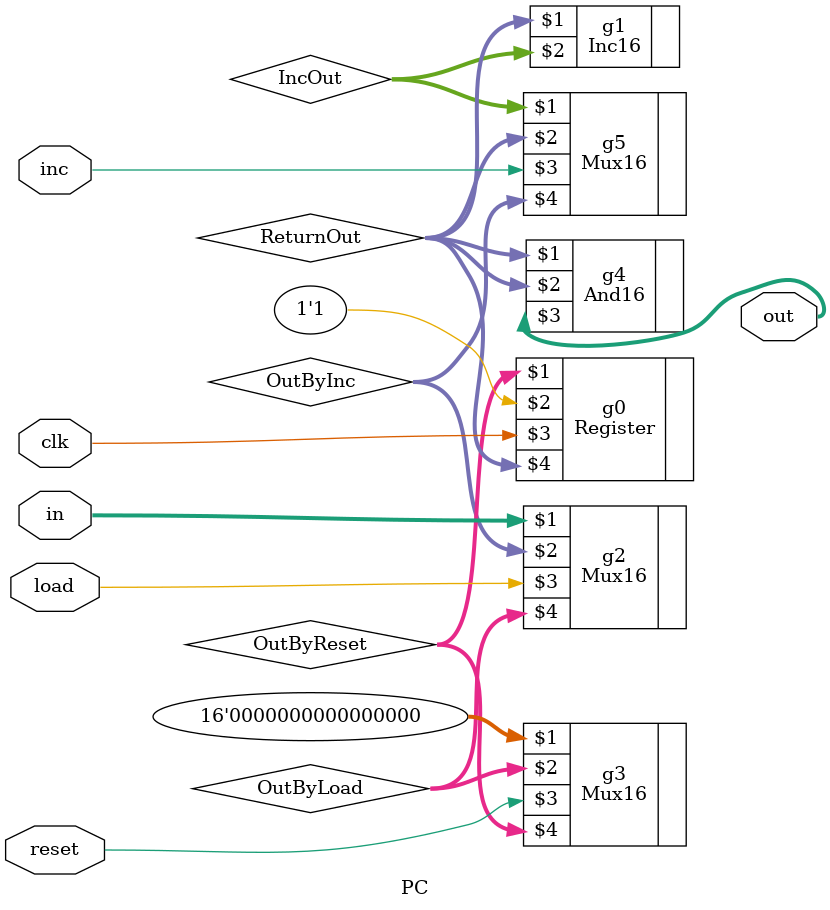
<source format=v>
`include "../03/RAM64.v"

module PC(in,load,inc,reset,clk,out);
input[15:0] in;
input load,inc,reset,clk;
output[15:0] out;
wire[15:0] ReturnOut,IncOut,OutByInc,OutByLoad,OutByReset;

 //*if      (reset[t] == 1) out[t+1] = 0
 //* else if (load[t] == 1)  out[t+1] = in[t]
 //* else if (inc[t] == 1)   out[t+1] = out[t] + 1  (integer addition)
 //* else                    out[t+1] = out[t]

Register g0(OutByReset,1'b1,clk,ReturnOut);
Inc16 g1(ReturnOut,IncOut);

Mux16 g5(IncOut,ReturnOut,inc,OutByInc);
Mux16 g2(in,OutByInc,load,OutByLoad);
Mux16 g3(16'b0000000000000000,OutByLoad,reset,OutByReset);

And16 g4(ReturnOut,ReturnOut,out);

endmodule
</source>
